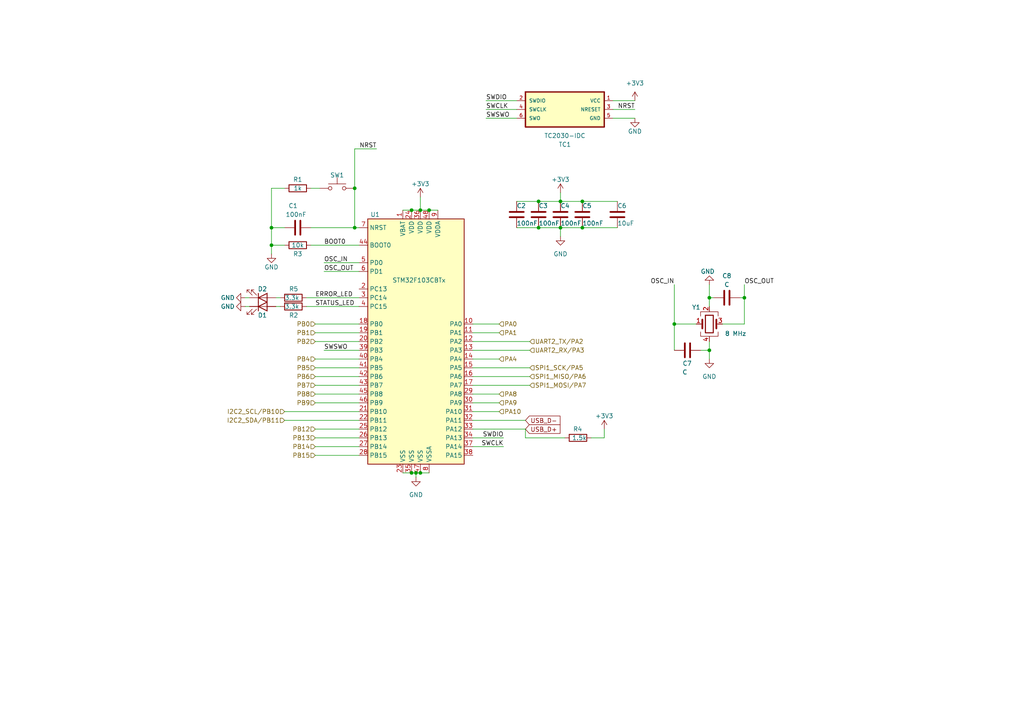
<source format=kicad_sch>
(kicad_sch (version 20230121) (generator eeschema)
  (paper "A4")
  (title_block (title "STM32 Microprocessor") (date "2023-03-19") (rev "000") (company "[JS]"))
  (lib_symbols
    (symbol "Device:C" (pin_numbers hide) (pin_names (offset 0.254))
      (property "Reference" "C" (at 0.635 2.54 0))
      (property "Value" "C" (at 0.635 -2.54 0))
      (symbol "C_0_1"
        (polyline (pts (xy -2.032 -0.762) (xy 2.032 -0.762)) (stroke (width 0.508)))
        (polyline (pts (xy -2.032 0.762) (xy 2.032 0.762)) (stroke (width 0.508)))
      )
      (symbol "C_1_1"
        (pin passive line (at 0 3.81 270) (length 2.794) (name "~") (number "1"))
        (pin passive line (at 0 -3.81 90) (length 2.794) (name "~") (number "2"))
      )
    )
    (symbol "Device:Crystal_GND24" (pin_names (offset 1.016) hide)
      (property "Reference" "Y" (at 3.175 5.08 0))
      (property "Value" "Crystal_GND24" (at 3.175 3.175 0))
      (symbol "Crystal_GND24_0_1"
        (rectangle (start -1.143 2.54) (end 1.143 -2.54) (stroke (width 0.3048)))
        (polyline (pts (xy -2.54 0) (xy -2.032 0)))
        (polyline (pts (xy -2.032 -1.27) (xy -2.032 1.27)) (stroke (width 0.508)))
        (polyline (pts (xy 0 -3.81) (xy 0 -3.556)))
        (polyline (pts (xy 0 3.556) (xy 0 3.81)))
        (polyline (pts (xy 2.032 -1.27) (xy 2.032 1.27)) (stroke (width 0.508)))
        (polyline (pts (xy 2.032 0) (xy 2.54 0)))
        (polyline (pts (xy -2.54 -2.286) (xy -2.54 -3.556) (xy 2.54 -3.556) (xy 2.54 -2.286)))
        (polyline (pts (xy -2.54 2.286) (xy -2.54 3.556) (xy 2.54 3.556) (xy 2.54 2.286)))
      )
      (symbol "Crystal_GND24_1_1"
        (pin passive line (at -3.81 0 0) (length 1.27) (name "1") (number "1"))
        (pin passive line (at 0 5.08 270) (length 1.27) (name "2") (number "2"))
        (pin passive line (at 3.81 0 180) (length 1.27) (name "3") (number "3"))
        (pin passive line (at 0 -5.08 90) (length 1.27) (name "4") (number "4"))
      )
    )
    (symbol "Device:LED" (pin_numbers hide) (pin_names (offset 1.016) hide)
      (property "Reference" "D" (at 0 2.54 0))
      (property "Value" "LED" (at 0 -2.54 0))
      (symbol "LED_0_1"
        (polyline (pts (xy -1.27 -1.27) (xy -1.27 1.27)) (stroke (width 0.254)))
        (polyline (pts (xy -1.27 0) (xy 1.27 0)))
        (polyline (pts (xy 1.27 -1.27) (xy 1.27 1.27) (xy -1.27 0) (xy 1.27 -1.27)) (stroke (width 0.254)))
        (polyline (pts (xy -3.048 -0.762) (xy -4.572 -2.286) (xy -3.81 -2.286) (xy -4.572 -2.286) (xy -4.572 -1.524)))
        (polyline (pts (xy -1.778 -0.762) (xy -3.302 -2.286) (xy -2.54 -2.286) (xy -3.302 -2.286) (xy -3.302 -1.524)))
      )
      (symbol "LED_1_1"
        (pin passive line (at -3.81 0 0) (length 2.54) (name "K") (number "1"))
        (pin passive line (at 3.81 0 180) (length 2.54) (name "A") (number "2"))
      )
    )
    (symbol "Device:R" (pin_numbers hide) (pin_names (offset 0))
      (property "Reference" "R" (at 2.032 0 90))
      (property "Value" "R" (at 0 0 90))
      (symbol "R_0_1"
        (rectangle (start -1.016 -2.54) (end 1.016 2.54) (stroke (width 0.254)))
      )
      (symbol "R_1_1"
        (pin passive line (at 0 3.81 270) (length 1.27) (name "~") (number "1"))
        (pin passive line (at 0 -3.81 90) (length 1.27) (name "~") (number "2"))
      )
    )
    (symbol "GND_1" (power) (pin_names (offset 0))
      (property "Value" "GND_1" (at 0 -3.81 0))
      (symbol "GND_1_0_1"
        (polyline (pts (xy 0 0) (xy 0 -1.27) (xy 1.27 -1.27) (xy 0 -2.54) (xy -1.27 -1.27) (xy 0 -1.27)))
      )
      (symbol "GND_1_1_1"
        (pin power_in line (at 0 0 270) (length 0) hide (name "GND") (number "1"))
      )
    )
    (symbol "MCU_ST_STM32F1:STM32F103CBTx"
      (property "Reference" "U" (at -15.24 36.83 0))
      (property "Value" "STM32F103CBTx" (at 7.62 36.83 0))
      (symbol "STM32F103CBTx_0_1"
        (rectangle (start -15.24 -35.56) (end 12.7 35.56) (stroke (width 0.254)) (fill (type background)))
      )
      (symbol "STM32F103CBTx_1_1"
        (pin power_in line (at -5.08 38.1 270) (length 2.54) (name "VBAT") (number "1"))
        (pin bidirectional line (at 15.24 5.08 180) (length 2.54) (name "PA0") (number "10"))
        (pin bidirectional line (at 15.24 2.54 180) (length 2.54) (name "PA1") (number "11"))
        (pin bidirectional line (at 15.24 0 180) (length 2.54) (name "PA2") (number "12"))
        (pin bidirectional line (at 15.24 -2.54 180) (length 2.54) (name "PA3") (number "13"))
        (pin bidirectional line (at 15.24 -5.08 180) (length 2.54) (name "PA4") (number "14"))
        (pin bidirectional line (at 15.24 -7.62 180) (length 2.54) (name "PA5") (number "15"))
        (pin bidirectional line (at 15.24 -10.16 180) (length 2.54) (name "PA6") (number "16"))
        (pin bidirectional line (at 15.24 -12.7 180) (length 2.54) (name "PA7") (number "17"))
        (pin bidirectional line (at -17.78 5.08 0) (length 2.54) (name "PB0") (number "18"))
        (pin bidirectional line (at -17.78 2.54 0) (length 2.54) (name "PB1") (number "19"))
        (pin bidirectional line (at -17.78 15.24 0) (length 2.54) (name "PC13") (number "2"))
        (pin bidirectional line (at -17.78 0 0) (length 2.54) (name "PB2") (number "20"))
        (pin bidirectional line (at -17.78 -20.32 0) (length 2.54) (name "PB10") (number "21"))
        (pin bidirectional line (at -17.78 -22.86 0) (length 2.54) (name "PB11") (number "22"))
        (pin power_in line (at -5.08 -38.1 90) (length 2.54) (name "VSS") (number "23"))
        (pin power_in line (at -2.54 38.1 270) (length 2.54) (name "VDD") (number "24"))
        (pin bidirectional line (at -17.78 -25.4 0) (length 2.54) (name "PB12") (number "25"))
        (pin bidirectional line (at -17.78 -27.94 0) (length 2.54) (name "PB13") (number "26"))
        (pin bidirectional line (at -17.78 -30.48 0) (length 2.54) (name "PB14") (number "27"))
        (pin bidirectional line (at -17.78 -33.02 0) (length 2.54) (name "PB15") (number "28"))
        (pin bidirectional line (at 15.24 -15.24 180) (length 2.54) (name "PA8") (number "29"))
        (pin bidirectional line (at -17.78 12.7 0) (length 2.54) (name "PC14") (number "3"))
        (pin bidirectional line (at 15.24 -17.78 180) (length 2.54) (name "PA9") (number "30"))
        (pin bidirectional line (at 15.24 -20.32 180) (length 2.54) (name "PA10") (number "31"))
        (pin bidirectional line (at 15.24 -22.86 180) (length 2.54) (name "PA11") (number "32"))
        (pin bidirectional line (at 15.24 -25.4 180) (length 2.54) (name "PA12") (number "33"))
        (pin bidirectional line (at 15.24 -27.94 180) (length 2.54) (name "PA13") (number "34"))
        (pin power_in line (at -2.54 -38.1 90) (length 2.54) (name "VSS") (number "35"))
        (pin power_in line (at 0 38.1 270) (length 2.54) (name "VDD") (number "36"))
        (pin bidirectional line (at 15.24 -30.48 180) (length 2.54) (name "PA14") (number "37"))
        (pin bidirectional line (at 15.24 -33.02 180) (length 2.54) (name "PA15") (number "38"))
        (pin bidirectional line (at -17.78 -2.54 0) (length 2.54) (name "PB3") (number "39"))
        (pin bidirectional line (at -17.78 10.16 0) (length 2.54) (name "PC15") (number "4"))
        (pin bidirectional line (at -17.78 -5.08 0) (length 2.54) (name "PB4") (number "40"))
        (pin bidirectional line (at -17.78 -7.62 0) (length 2.54) (name "PB5") (number "41"))
        (pin bidirectional line (at -17.78 -10.16 0) (length 2.54) (name "PB6") (number "42"))
        (pin bidirectional line (at -17.78 -12.7 0) (length 2.54) (name "PB7") (number "43"))
        (pin input line (at -17.78 27.94 0) (length 2.54) (name "BOOT0") (number "44"))
        (pin bidirectional line (at -17.78 -15.24 0) (length 2.54) (name "PB8") (number "45"))
        (pin bidirectional line (at -17.78 -17.78 0) (length 2.54) (name "PB9") (number "46"))
        (pin power_in line (at 0 -38.1 90) (length 2.54) (name "VSS") (number "47"))
        (pin power_in line (at 2.54 38.1 270) (length 2.54) (name "VDD") (number "48"))
        (pin input line (at -17.78 22.86 0) (length 2.54) (name "PD0") (number "5"))
        (pin input line (at -17.78 20.32 0) (length 2.54) (name "PD1") (number "6"))
        (pin input line (at -17.78 33.02 0) (length 2.54) (name "NRST") (number "7"))
        (pin power_in line (at 2.54 -38.1 90) (length 2.54) (name "VSSA") (number "8"))
        (pin power_in line (at 5.08 38.1 270) (length 2.54) (name "VDDA") (number "9"))
      )
    )
    (symbol "Switch:SW_Push" (pin_numbers hide) (pin_names (offset 1.016) hide)
      (property "Reference" "SW" (at 1.27 2.54 0))
      (property "Value" "SW_Push" (at 0 -1.524 0))
      (symbol "SW_Push_0_1"
        (circle (center -2.032 0) (radius 0.508))
        (polyline (pts (xy 0 1.27) (xy 0 3.048)))
        (polyline (pts (xy 2.54 1.27) (xy -2.54 1.27)))
        (circle (center 2.032 0) (radius 0.508))
        (pin passive line (at -5.08 0 0) (length 2.54) (name "1") (number "1"))
        (pin passive line (at 5.08 0 180) (length 2.54) (name "2") (number "2"))
      )
    )
    (symbol "TC2030-IDC:TC2030-IDC" (pin_names (offset 1.016))
      (property "Reference" "TC" (at -3.81 5.842 0))
      (property "Value" "TC2030-IDC" (at -3.81 -7.62 0))
      (symbol "TC2030-IDC_0_0"
        (rectangle (start -10.16 -5.08) (end 12.7 5.08) (stroke (width 0.4064)) (fill (type background)))
        (pin passive line (at 15.24 -2.54 180) (length 2.54) (name "VCC") (number "1"))
        (pin passive line (at -12.7 -2.54 0) (length 2.54) (name "SWDIO") (number "2"))
        (pin passive line (at 15.24 0 180) (length 2.54) (name "NRESET") (number "3"))
        (pin passive line (at -12.7 0 0) (length 2.54) (name "SWCLK") (number "4"))
        (pin passive line (at 15.24 2.54 180) (length 2.54) (name "GND") (number "5"))
        (pin passive line (at -12.7 2.54 0) (length 2.54) (name "SWO") (number "6"))
      )
    )
    (symbol "power:+3V3" (power) (pin_names (offset 0))
      (property "Value" "+3V3" (at 0 3.556 0))
      (symbol "+3V3_0_1"
        (polyline (pts (xy -0.762 1.27) (xy 0 2.54)))
        (polyline (pts (xy 0 0) (xy 0 2.54)))
        (polyline (pts (xy 0 2.54) (xy 0.762 1.27)))
      )
      (symbol "+3V3_1_1"
        (pin power_in line (at 0 0 90) (length 0) hide (name "+3V3") (number "1"))
      )
    )
    (symbol "power:GND" (power) (pin_names (offset 0))
      (property "Value" "GND" (at 0 -3.81 0))
      (symbol "GND_0_1"
        (polyline (pts (xy 0 0) (xy 0 -1.27) (xy 1.27 -1.27) (xy 0 -2.54) (xy -1.27 -1.27) (xy 0 -1.27)))
      )
      (symbol "GND_1_1"
        (pin power_in line (at 0 0 270) (length 0) hide (name "GND") (number "1"))
      )
    )
  )
  (junction (at 162.56 58.42))
  (junction (at 78.74 71.12))
  (junction (at 102.87 66.04))
  (junction (at 121.92 60.96))
  (junction (at 124.46 60.96))
  (junction (at 195.58 93.98))
  (junction (at 78.74 66.04))
  (junction (at 168.91 58.42))
  (junction (at 205.74 101.6))
  (junction (at 120.65 137.16))
  (junction (at 156.21 66.04))
  (junction (at 102.87 54.61))
  (junction (at 119.38 137.16))
  (junction (at 162.56 66.04))
  (junction (at 205.74 86.36))
  (junction (at 215.9 86.36))
  (junction (at 156.21 58.42))
  (junction (at 168.91 66.04))
  (junction (at 121.92 137.16))
  (junction (at 119.38 60.96))
  (wire (pts (xy 153.67 109.22) (xy 137.16 109.22)))
  (wire (pts (xy 91.44 124.46) (xy 104.14 124.46)))
  (wire (pts (xy 78.74 66.04) (xy 78.74 71.12)))
  (wire (pts (xy 195.58 93.98) (xy 201.93 93.98)))
  (wire (pts (xy 91.44 127) (xy 104.14 127)))
  (wire (pts (xy 205.74 99.06) (xy 205.74 101.6)))
  (wire (pts (xy 215.9 82.55) (xy 215.9 86.36)))
  (wire (pts (xy 140.97 31.75) (xy 149.86 31.75)))
  (wire (pts (xy 81.28 86.36) (xy 80.01 86.36)))
  (wire (pts (xy 91.44 129.54) (xy 104.14 129.54)))
  (wire (pts (xy 177.8 29.21) (xy 184.15 29.21)))
  (wire (pts (xy 119.38 60.96) (xy 121.92 60.96)))
  (wire (pts (xy 90.17 54.61) (xy 92.71 54.61)))
  (wire (pts (xy 93.98 101.6) (xy 104.14 101.6)))
  (wire (pts (xy 203.2 101.6) (xy 205.74 101.6)))
  (wire (pts (xy 109.22 43.18) (xy 102.87 43.18)))
  (wire (pts (xy 91.44 132.08) (xy 104.14 132.08)))
  (wire (pts (xy 91.44 111.76) (xy 104.14 111.76)))
  (wire (pts (xy 102.87 43.18) (xy 102.87 54.61)))
  (wire (pts (xy 137.16 96.52) (xy 144.78 96.52)))
  (wire (pts (xy 205.74 86.36) (xy 207.01 86.36)))
  (wire (pts (xy 90.17 66.04) (xy 102.87 66.04)))
  (wire (pts (xy 137.16 127) (xy 146.05 127)))
  (wire (pts (xy 72.39 88.9) (xy 71.12 88.9)))
  (wire (pts (xy 156.21 66.04) (xy 162.56 66.04)))
  (wire (pts (xy 121.92 57.15) (xy 121.92 60.96)))
  (wire (pts (xy 215.9 93.98) (xy 209.55 93.98)))
  (wire (pts (xy 119.38 137.16) (xy 120.65 137.16)))
  (wire (pts (xy 215.9 86.36) (xy 215.9 93.98)))
  (wire (pts (xy 120.65 137.16) (xy 121.92 137.16)))
  (wire (pts (xy 153.67 106.68) (xy 137.16 106.68)))
  (wire (pts (xy 81.28 88.9) (xy 80.01 88.9)))
  (wire (pts (xy 121.92 60.96) (xy 124.46 60.96)))
  (wire (pts (xy 91.44 116.84) (xy 104.14 116.84)))
  (wire (pts (xy 177.8 34.29) (xy 184.15 34.29)))
  (wire (pts (xy 195.58 82.55) (xy 195.58 93.98)))
  (wire (pts (xy 162.56 66.04) (xy 168.91 66.04)))
  (wire (pts (xy 78.74 71.12) (xy 82.55 71.12)))
  (wire (pts (xy 137.16 93.98) (xy 144.78 93.98)))
  (wire (pts (xy 91.44 93.98) (xy 104.14 93.98)))
  (wire (pts (xy 91.44 114.3) (xy 104.14 114.3)))
  (wire (pts (xy 102.87 54.61) (xy 102.87 66.04)))
  (wire (pts (xy 137.16 119.38) (xy 144.78 119.38)))
  (wire (pts (xy 91.44 106.68) (xy 104.14 106.68)))
  (wire (pts (xy 78.74 73.66) (xy 78.74 71.12)))
  (wire (pts (xy 88.9 86.36) (xy 104.14 86.36)))
  (wire (pts (xy 137.16 114.3) (xy 144.78 114.3)))
  (wire (pts (xy 162.56 55.88) (xy 162.56 58.42)))
  (wire (pts (xy 137.16 124.46) (xy 152.4 124.46)))
  (wire (pts (xy 153.67 111.76) (xy 137.16 111.76)))
  (wire (pts (xy 162.56 66.04) (xy 162.56 68.58)))
  (wire (pts (xy 82.55 119.38) (xy 104.14 119.38)))
  (wire (pts (xy 72.39 86.36) (xy 71.12 86.36)))
  (wire (pts (xy 78.74 54.61) (xy 82.55 54.61)))
  (wire (pts (xy 137.16 116.84) (xy 144.78 116.84)))
  (wire (pts (xy 102.87 66.04) (xy 104.14 66.04)))
  (wire (pts (xy 93.98 78.74) (xy 104.14 78.74)))
  (wire (pts (xy 175.26 127) (xy 175.26 124.46)))
  (wire (pts (xy 121.92 137.16) (xy 124.46 137.16)))
  (wire (pts (xy 91.44 109.22) (xy 104.14 109.22)))
  (wire (pts (xy 149.86 66.04) (xy 156.21 66.04)))
  (wire (pts (xy 78.74 66.04) (xy 82.55 66.04)))
  (wire (pts (xy 140.97 34.29) (xy 149.86 34.29)))
  (wire (pts (xy 177.8 31.75) (xy 184.15 31.75)))
  (wire (pts (xy 152.4 124.46) (xy 152.4 127)))
  (wire (pts (xy 116.84 137.16) (xy 119.38 137.16)))
  (wire (pts (xy 149.86 58.42) (xy 156.21 58.42)))
  (wire (pts (xy 205.74 86.36) (xy 205.74 88.9)))
  (wire (pts (xy 168.91 58.42) (xy 179.07 58.42)))
  (wire (pts (xy 137.16 104.14) (xy 144.78 104.14)))
  (wire (pts (xy 137.16 121.92) (xy 152.4 121.92)))
  (wire (pts (xy 168.91 66.04) (xy 179.07 66.04)))
  (wire (pts (xy 137.16 101.6) (xy 153.67 101.6)))
  (wire (pts (xy 93.98 76.2) (xy 104.14 76.2)))
  (wire (pts (xy 205.74 82.55) (xy 205.74 86.36)))
  (wire (pts (xy 162.56 58.42) (xy 168.91 58.42)))
  (wire (pts (xy 137.16 99.06) (xy 153.67 99.06)))
  (wire (pts (xy 91.44 99.06) (xy 104.14 99.06)))
  (wire (pts (xy 205.74 101.6) (xy 205.74 104.14)))
  (wire (pts (xy 116.84 60.96) (xy 119.38 60.96)))
  (wire (pts (xy 88.9 88.9) (xy 104.14 88.9)))
  (wire (pts (xy 214.63 86.36) (xy 215.9 86.36)))
  (wire (pts (xy 124.46 60.96) (xy 127 60.96)))
  (wire (pts (xy 137.16 129.54) (xy 146.05 129.54)))
  (wire (pts (xy 140.97 29.21) (xy 149.86 29.21)))
  (wire (pts (xy 91.44 104.14) (xy 104.14 104.14)))
  (wire (pts (xy 156.21 58.42) (xy 162.56 58.42)))
  (wire (pts (xy 91.44 96.52) (xy 104.14 96.52)))
  (wire (pts (xy 120.65 137.16) (xy 120.65 138.43)))
  (wire (pts (xy 82.55 121.92) (xy 104.14 121.92)))
  (wire (pts (xy 90.17 71.12) (xy 104.14 71.12)))
  (wire (pts (xy 195.58 93.98) (xy 195.58 101.6)))
  (wire (pts (xy 152.4 127) (xy 163.83 127)))
  (wire (pts (xy 171.45 127) (xy 175.26 127)))
  (wire (pts (xy 78.74 54.61) (xy 78.74 66.04)))
  (label "NRST" (at 109.22 43.18 180))
  (label "SWCLK" (at 140.97 31.75 0))
  (label "SWSWO" (at 140.97 34.29 0))
  (label "NRST" (at 184.15 31.75 180))
  (label "BOOT0" (at 93.98 71.12 0))
  (label "ERROR_LED" (at 91.44 86.36 0))
  (label "SWSWO" (at 93.98 101.6 0))
  (label "SWDIO" (at 146.05 127 180))
  (label "SWCLK" (at 146.05 129.54 180))
  (label "OSC_OUT" (at 93.98 78.74 0))
  (label "OSC_OUT" (at 215.9 82.55 0))
  (label "OSC_IN" (at 93.98 76.2 0))
  (label "STATUS_LED" (at 91.44 88.9 0))
  (label "SWDIO" (at 140.97 29.21 0))
  (label "OSC_IN" (at 195.58 82.55 180))
  (global_label "USB_D-" (shape input) (at 152.4 121.92 0) (property "Intersheetrefs" "${INTERSHEET_REFS}" (effects hide)))
  (global_label "USB_D+" (shape input) (at 152.4 124.46 0) (property "Intersheetrefs" "${INTERSHEET_REFS}" (effects hide)))
  (hierarchical_label "I2C2_SCL{slash}PB10" (shape input) (at 82.55 119.38 180))
  (hierarchical_label "PB14" (shape input) (at 91.44 129.54 180))
  (hierarchical_label "PA10" (shape input) (at 144.78 119.38 0))
  (hierarchical_label "PB7" (shape input) (at 91.44 111.76 180))
  (hierarchical_label "PB2" (shape input) (at 91.44 99.06 180))
  (hierarchical_label "SPI1_SCK{slash}PA5" (shape input) (at 153.67 106.68 0))
  (hierarchical_label "PB15" (shape input) (at 91.44 132.08 180))
  (hierarchical_label "PB0" (shape input) (at 91.44 93.98 180))
  (hierarchical_label "SPI1_MISO{slash}PA6" (shape input) (at 153.67 109.22 0))
  (hierarchical_label "PB4" (shape input) (at 91.44 104.14 180))
  (hierarchical_label "PB6" (shape input) (at 91.44 109.22 180))
  (hierarchical_label "PA1" (shape input) (at 144.78 96.52 0))
  (hierarchical_label "UART2_RX{slash}PA3" (shape input) (at 153.67 101.6 0))
  (hierarchical_label "PB1" (shape input) (at 91.44 96.52 180))
  (hierarchical_label "PB8" (shape input) (at 91.44 114.3 180))
  (hierarchical_label "PA9" (shape input) (at 144.78 116.84 0))
  (hierarchical_label "PB5" (shape input) (at 91.44 106.68 180))
  (hierarchical_label "PA8" (shape input) (at 144.78 114.3 0))
  (hierarchical_label "PB9" (shape input) (at 91.44 116.84 180))
  (hierarchical_label "I2C2_SDA{slash}PB11" (shape input) (at 82.55 121.92 180))
  (hierarchical_label "PA4" (shape input) (at 144.78 104.14 0))
  (hierarchical_label "PB12" (shape input) (at 91.44 124.46 180))
  (hierarchical_label "PA0" (shape input) (at 144.78 93.98 0))
  (hierarchical_label "PB13" (shape input) (at 91.44 127 180))
  (hierarchical_label "SPI1_MOSI{slash}PA7" (shape input) (at 153.67 111.76 0))
  (hierarchical_label "UART2_TX{slash}PA2" (shape input) (at 153.67 99.06 0))
  (symbol (lib_id "Switch:SW_Push") (at 97.79 54.61 0) (unit 1)
    (property "Reference" "SW1" (at 97.79 50.8 0))
    (property "Value" "SW_Push" (effects hide))
    (property "Footprint" "Button_Switch_SMD:SW_SPST_B3U-1100P" (effects hide))
  )
  (symbol (lib_id "Device:R") (at 85.09 88.9 270) (unit 1)
    (property "Reference" "R2" (at 83.8201 91.44 90) (effects (justify left)))
    (property "Value" "3.3k" (at 82.5501 88.9 90) (effects (justify left)))
    (property "Footprint" "Resistor_SMD:R_0805_2012Metric" (effects hide))
    (instances (project "SimpleECG_v0" (path "" (reference "R2") (unit 1))) (project "EEG" (path "" (reference "R15") (unit 1))))
  )
  (symbol (lib_id "Device:C") (at 199.39 101.6 90) (unit 1)
    (property "Reference" "C7" (at 200.6599 105.41 90) (effects (justify left)))
    (property "Value" "C" (at 199.3899 107.95 90) (effects (justify left)))
    (property "Footprint" "Capacitor_SMD:C_0805_2012Metric" (effects hide))
    (instances (project "SimpleECG_v0" (path "" (reference "C7") (unit 1))) (project "EEG" (path "" (reference "C21") (unit 1))))
  )
  (symbol (lib_id "power:GND") (at 205.74 104.14 0) (unit 1)
    (property "Reference" "#PWR018" (effects hide))
    (property "Value" "GND" (at 205.74 109.22 0))
    (instances (project "SimpleECG_v0" (path "" (reference "#PWR018") (unit 1))) (project "EEG" (path "" (reference "#PWR04") (unit 1))))
  )
  (symbol (lib_id "power:+3V3") (at 175.26 124.46 0) (unit 1)
    (property "Reference" "#PWR07" (effects hide))
    (property "Value" "+3V3" (at 175.26 120.65 0))
  )
  (symbol (lib_id "MCU_ST_STM32F1:STM32F103CBTx") (at 121.92 99.06 0) (unit 1)
    (property "Reference" "U1" (at 107.4294 62.23 0) (effects (justify left)))
    (property "Value" "STM32F103CBTx" (at 113.7794 81.28 0) (effects (justify left)))
    (property "Footprint" "Package_QFP:LQFP-48_7x7mm_P0.5mm" (effects hide))
    (property "Datasheet" "http://www.st.com/st-web-ui/static/active/en/resource/technical/document/datasheet/CD00161566.pdf" (effects hide))
    (instances (project "SimpleECG_v0" (path "" (reference "U1") (unit 1))) (project "EEG" (path "" (reference "U2") (unit 1))))
  )
  (symbol (lib_id "Device:C") (at 156.21 62.23 0) (unit 1)
    (property "Reference" "C3" (at 156.21 59.6899 0) (effects (justify left)))
    (property "Value" "100nF" (at 156.21 64.7699 0) (effects (justify left)))
    (property "Footprint" "Capacitor_SMD:C_0805_2012Metric" (effects hide))
    (instances (project "SimpleECG_v0" (path "" (reference "C3") (unit 1))) (project "EEG" (path "" (reference "C29") (unit 1))))
  )
  (symbol (lib_id "TC2030-IDC:TC2030-IDC") (at 162.56 31.75 0) (mirror x) (unit 1)
    (property "Reference" "TC1" (at 163.83 41.91 0))
    (property "Value" "TC2030-IDC" (at 163.83 39.37 0))
    (property "Footprint" "Connector:Tag-Connect_TC2030-IDC-FP_2x03_P1.27mm_Vertical" (effects hide))
  )
  (symbol (lib_id "power:GND") (at 205.74 82.55 180) (unit 1)
    (property "Reference" "#PWR017" (effects hide))
    (property "Value" "GND" (at 203.2 78.7399 0) (effects (justify right)))
    (instances (project "SimpleECG_v0" (path "" (reference "#PWR017") (unit 1))) (project "EEG" (path "" (reference "#PWR03") (unit 1))))
  )
  (symbol (lib_id "Device:C") (at 149.86 62.23 0) (unit 1)
    (property "Reference" "C2" (at 149.86 59.6899 0) (effects (justify left)))
    (property "Value" "100nF" (at 149.86 64.7699 0) (effects (justify left)))
    (property "Footprint" "Capacitor_SMD:C_0805_2012Metric" (effects hide))
    (instances (project "SimpleECG_v0" (path "" (reference "C2") (unit 1))) (project "EEG" (path "" (reference "C28") (unit 1))))
  )
  (symbol (lib_id "power:+3V3") (at 162.56 55.88 0) (unit 1)
    (property "Reference" "#PWR03" (effects hide))
    (property "Value" "+3V3" (at 162.56 52.07 0))
  )
  (symbol (lib_id "Device:R") (at 86.36 54.61 90) (unit 1)
    (property "Reference" "R1" (at 86.36 52.07 90))
    (property "Value" "1k" (at 86.36 54.61 90))
    (property "Footprint" "Resistor_SMD:R_0805_2012Metric" (effects hide))
    (instances (project "SimpleECG_v0" (path "" (reference "R1") (unit 1))) (project "EEG" (path "" (reference "R22") (unit 1))))
  )
  (symbol (lib_id "Device:C") (at 86.36 66.04 270) (unit 1)
    (property "Reference" "C1" (at 86.3599 59.69 90) (effects (justify right)))
    (property "Value" "100nF" (at 88.8999 62.23 90) (effects (justify right)))
    (property "Footprint" "Capacitor_SMD:C_0805_2012Metric" (effects hide))
    (instances (project "SimpleECG_v0" (path "" (reference "C1") (unit 1))) (project "EEG" (path "" (reference "C27") (unit 1))))
  )
  (symbol (lib_id "power:GND") (at 184.15 34.29 0) (mirror y) (unit 1)
    (property "Reference" "#PWR019" (effects hide))
    (property "Value" "GND" (at 184.15 38.1 0))
    (instances (project "SimpleECG_v0" (path "" (reference "#PWR019") (unit 1))) (project "EEG" (path "" (reference "#PWR0126") (unit 1))))
  )
  (symbol (lib_id "Device:C") (at 162.56 62.23 0) (unit 1)
    (property "Reference" "C4" (at 162.56 59.6899 0) (effects (justify left)))
    (property "Value" "100nF" (at 162.56 64.7699 0) (effects (justify left)))
    (property "Footprint" "Capacitor_SMD:C_0805_2012Metric" (effects hide))
    (instances (project "SimpleECG_v0" (path "" (reference "C4") (unit 1))) (project "EEG" (path "" (reference "C30") (unit 1))))
  )
  (symbol (lib_name "GND_1") (lib_id "power:GND") (at 120.65 138.43 0) (unit 1)
    (property "Reference" "#PWR05" (effects hide))
    (property "Value" "GND" (at 120.65 143.51 0))
  )
  (symbol (lib_id "Device:C") (at 168.91 62.23 0) (unit 1)
    (property "Reference" "C5" (at 168.91 59.6899 0) (effects (justify left)))
    (property "Value" "100nF" (at 168.91 64.7699 0) (effects (justify left)))
    (property "Footprint" "Capacitor_SMD:C_0805_2012Metric" (effects hide))
    (instances (project "SimpleECG_v0" (path "" (reference "C5") (unit 1))) (project "EEG" (path "" (reference "C31") (unit 1))))
  )
  (symbol (lib_id "power:+3V3") (at 184.15 29.21 0) (mirror y) (unit 1)
    (property "Reference" "#PWR08" (effects hide))
    (property "Value" "+3V3" (at 184.15 24.13 0))
  )
  (symbol (lib_id "Device:C") (at 179.07 62.23 0) (unit 1)
    (property "Reference" "C6" (at 179.07 59.6899 0) (effects (justify left)))
    (property "Value" "10uF" (at 179.07 64.7699 0) (effects (justify left)))
    (property "Footprint" "Capacitor_SMD:C_0805_2012Metric" (effects hide))
    (instances (project "SimpleECG_v0" (path "" (reference "C6") (unit 1))) (project "EEG" (path "" (reference "C33") (unit 1))))
  )
  (symbol (lib_id "Device:C") (at 210.82 86.36 270) (unit 1)
    (property "Reference" "C8" (at 210.82 80.01 90))
    (property "Value" "C" (at 210.82 82.55 90))
    (property "Footprint" "Capacitor_SMD:C_0805_2012Metric" (effects hide))
    (instances (project "SimpleECG_v0" (path "" (reference "C8") (unit 1))) (project "EEG" (path "" (reference "C24") (unit 1))))
  )
  (symbol (lib_id "Device:Crystal_GND24") (at 205.74 93.98 0) (unit 1)
    (property "Reference" "Y1" (at 201.93 89.1286 0))
    (property "Value" "8 MHz" (at 213.36 96.7486 0))
    (property "Footprint" "Crystal:Crystal_SMD_3225-4Pin_3.2x2.5mm" (effects hide))
  )
  (symbol (lib_id "Device:R") (at 167.64 127 90) (unit 1)
    (property "Reference" "R4" (at 168.91 124.46 90) (effects (justify left)))
    (property "Value" "1.5k" (at 170.18 127 90) (effects (justify left)))
    (property "Footprint" "Resistor_SMD:R_0805_2012Metric" (effects hide))
    (instances (project "SimpleECG_v0" (path "" (reference "R4") (unit 1))) (project "EEG" (path "" (reference "R18") (unit 1))))
  )
  (symbol (lib_id "power:+3V3") (at 121.92 57.15 0) (unit 1)
    (property "Reference" "#PWR01" (effects hide))
    (property "Value" "+3V3" (at 121.92 53.34 0))
  )
  (symbol (lib_id "power:GND") (at 162.56 68.58 0) (unit 1)
    (property "Reference" "#PWR011" (effects hide))
    (property "Value" "GND" (at 162.56 73.66 0))
    (instances (project "SimpleECG_v0" (path "" (reference "#PWR011") (unit 1))) (project "EEG" (path "" (reference "#PWR0119") (unit 1))))
  )
  (symbol (lib_id "Device:LED") (at 76.2 88.9 0) (unit 1)
    (property "Reference" "D1" (at 77.47 91.44 0) (effects (justify right)))
    (property "Value" "LED" (effects hide))
    (property "Footprint" "LED_SMD:LED_0805_2012Metric" (effects hide))
  )
  (symbol (lib_id "power:GND") (at 71.12 86.36 270) (unit 1)
    (property "Reference" "#PWR02" (effects hide))
    (property "Value" "GND" (at 66.04 86.36 90))
    (instances (project "SimpleECG_v0" (path "" (reference "#PWR02") (unit 1))) (project "EEG" (path "" (reference "#PWR0120") (unit 1))))
  )
  (symbol (lib_id "power:GND") (at 71.12 88.9 270) (unit 1)
    (property "Reference" "#PWR04" (effects hide))
    (property "Value" "GND" (at 66.04 88.9 90))
    (instances (project "SimpleECG_v0" (path "" (reference "#PWR04") (unit 1))) (project "EEG" (path "" (reference "#PWR0120") (unit 1))))
  )
  (symbol (lib_id "power:GND") (at 78.74 73.66 0) (unit 1)
    (property "Reference" "#PWR06" (effects hide))
    (property "Value" "GND" (at 78.74 77.47 0))
    (instances (project "SimpleECG_v0" (path "" (reference "#PWR06") (unit 1))) (project "EEG" (path "" (reference "#PWR0123") (unit 1))))
  )
  (symbol (lib_id "Device:LED") (at 76.2 86.36 0) (mirror x) (unit 1)
    (property "Reference" "D2" (at 77.47 83.82 0) (effects (justify right)))
    (property "Value" "LED" (effects hide))
    (property "Footprint" "LED_SMD:LED_0805_2012Metric" (effects hide))
    (instances (project "SimpleECG_v0" (path "" (reference "D2") (unit 1))) (project "EEG" (path "" (reference "D1") (unit 1))))
  )
  (symbol (lib_id "Device:R") (at 85.09 86.36 270) (unit 1)
    (property "Reference" "R5" (at 83.82 83.82 90) (effects (justify left)))
    (property "Value" "3.3k" (at 82.5501 86.36 90) (effects (justify left)))
    (property "Footprint" "Resistor_SMD:R_0805_2012Metric" (effects hide))
    (instances (project "SimpleECG_v0" (path "" (reference "R5") (unit 1))) (project "EEG" (path "" (reference "R15") (unit 1))))
  )
  (symbol (lib_id "Device:R") (at 86.36 71.12 90) (unit 1)
    (property "Reference" "R3" (at 86.36 73.66 90))
    (property "Value" "10k" (at 86.36 71.12 90))
    (property "Footprint" "Resistor_SMD:R_0805_2012Metric" (effects hide))
    (instances (project "SimpleECG_v0" (path "" (reference "R3") (unit 1))) (project "EEG" (path "" (reference "R14") (unit 1))))
  )
)
</source>
